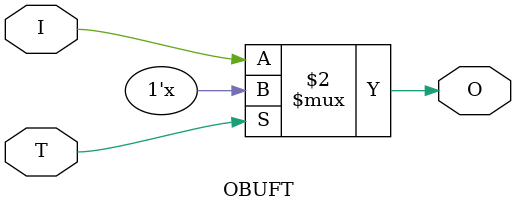
<source format=v>
module IBUF (I, O);
  (* iopad_external_pin *)
  input  I;
  output O;

  parameter IOSTANDARD   = "default";
  parameter IBUF_LOW_PWR = 0;
  parameter IN_TERM      = "NONE";  // Not supported by Vivado ?

  assign O = I;

endmodule

module OBUF (I, O);
  input  I;
  (* iopad_external_pin *)
  output O;

  parameter IOSTANDARD   = "default";
  parameter DRIVE        = 12;
  parameter SLEW         = "SLOW";

  assign O = I;

endmodule

module OBUFT (I, T, O);
  input  I;
  input  T;
  (* iopad_external_pin *)
  output O;

  parameter IOSTANDARD   = "default";
  parameter DRIVE        = 12;
  parameter SLEW         = "SLOW";

  assign O = (T == 1'b0) ? I : 1'bz;

endmodule


</source>
